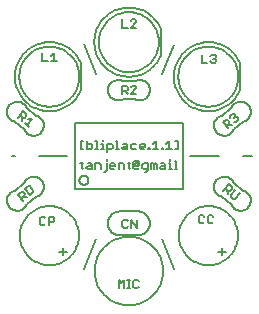
<source format=gto>
G75*
G70*
%OFA0B0*%
%FSLAX24Y24*%
%IPPOS*%
%LPD*%
%AMOC8*
5,1,8,0,0,1.08239X$1,22.5*
%
%ADD10C,0.0050*%
%ADD11C,0.0060*%
%ADD12C,0.0080*%
D10*
X004923Y010202D02*
X004923Y010472D01*
X005013Y010382D01*
X005103Y010472D01*
X005103Y010202D01*
X005217Y010202D02*
X005307Y010202D01*
X005262Y010202D02*
X005262Y010472D01*
X005217Y010472D02*
X005307Y010472D01*
X005414Y010427D02*
X005414Y010247D01*
X005459Y010202D01*
X005549Y010202D01*
X005594Y010247D01*
X005594Y010427D02*
X005549Y010472D01*
X005459Y010472D01*
X005414Y010427D01*
X005563Y011957D02*
X004963Y011957D01*
X005094Y012212D02*
X005049Y012257D01*
X005049Y012437D01*
X005094Y012482D01*
X005184Y012482D01*
X005229Y012437D01*
X005344Y012482D02*
X005344Y012212D01*
X005229Y012257D02*
X005184Y012212D01*
X005094Y012212D01*
X004563Y012357D02*
X004565Y012396D01*
X004571Y012435D01*
X004580Y012473D01*
X004593Y012510D01*
X004610Y012546D01*
X004630Y012579D01*
X004654Y012611D01*
X004680Y012640D01*
X004709Y012666D01*
X004741Y012690D01*
X004774Y012710D01*
X004810Y012727D01*
X004847Y012740D01*
X004885Y012749D01*
X004924Y012755D01*
X004963Y012757D01*
X005563Y012757D01*
X005524Y012482D02*
X005524Y012212D01*
X005344Y012482D01*
X005563Y012757D02*
X005602Y012755D01*
X005641Y012749D01*
X005679Y012740D01*
X005716Y012727D01*
X005752Y012710D01*
X005785Y012690D01*
X005817Y012666D01*
X005846Y012640D01*
X005872Y012611D01*
X005896Y012579D01*
X005916Y012546D01*
X005933Y012510D01*
X005946Y012473D01*
X005955Y012435D01*
X005961Y012396D01*
X005963Y012357D01*
X005961Y012318D01*
X005955Y012279D01*
X005946Y012241D01*
X005933Y012204D01*
X005916Y012168D01*
X005896Y012135D01*
X005872Y012103D01*
X005846Y012074D01*
X005817Y012048D01*
X005785Y012024D01*
X005752Y012004D01*
X005716Y011987D01*
X005679Y011974D01*
X005641Y011965D01*
X005602Y011959D01*
X005563Y011957D01*
X004963Y011957D02*
X004924Y011959D01*
X004885Y011965D01*
X004847Y011974D01*
X004810Y011987D01*
X004774Y012004D01*
X004741Y012024D01*
X004709Y012048D01*
X004680Y012074D01*
X004654Y012103D01*
X004630Y012135D01*
X004610Y012168D01*
X004593Y012204D01*
X004580Y012241D01*
X004571Y012279D01*
X004565Y012318D01*
X004563Y012357D01*
X003613Y013797D02*
X003615Y013821D01*
X003621Y013845D01*
X003630Y013867D01*
X003643Y013887D01*
X003659Y013905D01*
X003678Y013920D01*
X003699Y013933D01*
X003721Y013941D01*
X003745Y013946D01*
X003769Y013947D01*
X003793Y013944D01*
X003816Y013937D01*
X003838Y013927D01*
X003858Y013913D01*
X003875Y013896D01*
X003890Y013877D01*
X003901Y013856D01*
X003909Y013833D01*
X003913Y013809D01*
X003913Y013785D01*
X003909Y013761D01*
X003901Y013738D01*
X003890Y013717D01*
X003875Y013698D01*
X003858Y013681D01*
X003838Y013667D01*
X003816Y013657D01*
X003793Y013650D01*
X003769Y013647D01*
X003745Y013648D01*
X003721Y013653D01*
X003699Y013661D01*
X003678Y013674D01*
X003659Y013689D01*
X003643Y013707D01*
X003630Y013727D01*
X003621Y013749D01*
X003615Y013773D01*
X003613Y013797D01*
X003463Y013497D02*
X003463Y015697D01*
X007063Y015697D01*
X007063Y013497D01*
X003463Y013497D01*
X003739Y014172D02*
X003693Y014217D01*
X003693Y014397D01*
X003648Y014352D02*
X003739Y014352D01*
X003890Y014352D02*
X003980Y014352D01*
X004025Y014307D01*
X004025Y014172D01*
X003890Y014172D01*
X003845Y014217D01*
X003890Y014262D01*
X004025Y014262D01*
X004140Y014352D02*
X004275Y014352D01*
X004320Y014307D01*
X004320Y014172D01*
X004434Y014082D02*
X004479Y014082D01*
X004524Y014127D01*
X004524Y014352D01*
X004524Y014442D02*
X004524Y014487D01*
X004676Y014352D02*
X004631Y014307D01*
X004631Y014217D01*
X004676Y014172D01*
X004766Y014172D01*
X004811Y014262D02*
X004631Y014262D01*
X004676Y014352D02*
X004766Y014352D01*
X004811Y014307D01*
X004811Y014262D01*
X004925Y014352D02*
X005060Y014352D01*
X005105Y014307D01*
X005105Y014172D01*
X005265Y014217D02*
X005265Y014397D01*
X005220Y014352D02*
X005310Y014352D01*
X005416Y014397D02*
X005416Y014217D01*
X005461Y014172D01*
X005551Y014172D01*
X005596Y014217D01*
X005551Y014262D02*
X005551Y014352D01*
X005461Y014352D01*
X005461Y014262D01*
X005551Y014262D01*
X005596Y014307D01*
X005596Y014397D01*
X005551Y014442D01*
X005461Y014442D01*
X005416Y014397D01*
X005265Y014217D02*
X005310Y014172D01*
X005373Y014822D02*
X005328Y014867D01*
X005328Y014957D01*
X005373Y015002D01*
X005508Y015002D01*
X005623Y014957D02*
X005623Y014867D01*
X005668Y014822D01*
X005758Y014822D01*
X005803Y014912D02*
X005623Y014912D01*
X005623Y014957D02*
X005668Y015002D01*
X005758Y015002D01*
X005803Y014957D01*
X005803Y014912D01*
X005917Y014867D02*
X005962Y014867D01*
X005962Y014822D01*
X005917Y014822D01*
X005917Y014867D01*
X006065Y014822D02*
X006245Y014822D01*
X006155Y014822D02*
X006155Y015092D01*
X006065Y015002D01*
X006359Y014867D02*
X006404Y014867D01*
X006404Y014822D01*
X006359Y014822D01*
X006359Y014867D01*
X006507Y014822D02*
X006687Y014822D01*
X006597Y014822D02*
X006597Y015092D01*
X006507Y015002D01*
X006801Y015092D02*
X006891Y015092D01*
X006891Y014822D01*
X006801Y014822D01*
X006640Y014487D02*
X006640Y014442D01*
X006640Y014352D02*
X006640Y014172D01*
X006595Y014172D02*
X006685Y014172D01*
X006791Y014172D02*
X006881Y014172D01*
X006836Y014172D02*
X006836Y014442D01*
X006791Y014442D01*
X006640Y014352D02*
X006595Y014352D01*
X006480Y014307D02*
X006480Y014172D01*
X006345Y014172D01*
X006300Y014217D01*
X006345Y014262D01*
X006480Y014262D01*
X006480Y014307D02*
X006435Y014352D01*
X006345Y014352D01*
X006186Y014307D02*
X006186Y014172D01*
X006096Y014172D02*
X006096Y014307D01*
X006141Y014352D01*
X006186Y014307D01*
X006096Y014307D02*
X006051Y014352D01*
X006006Y014352D01*
X006006Y014172D01*
X005891Y014172D02*
X005756Y014172D01*
X005711Y014217D01*
X005711Y014307D01*
X005756Y014352D01*
X005891Y014352D01*
X005891Y014127D01*
X005846Y014082D01*
X005801Y014082D01*
X005508Y014822D02*
X005373Y014822D01*
X005214Y014822D02*
X005078Y014822D01*
X005033Y014867D01*
X005078Y014912D01*
X005214Y014912D01*
X005214Y014957D02*
X005214Y014822D01*
X005214Y014957D02*
X005169Y015002D01*
X005078Y015002D01*
X004882Y015092D02*
X004882Y014822D01*
X004837Y014822D02*
X004927Y014822D01*
X004882Y015092D02*
X004837Y015092D01*
X004722Y014957D02*
X004722Y014867D01*
X004677Y014822D01*
X004542Y014822D01*
X004542Y014732D02*
X004542Y015002D01*
X004677Y015002D01*
X004722Y014957D01*
X004436Y014822D02*
X004346Y014822D01*
X004391Y014822D02*
X004391Y015002D01*
X004346Y015002D01*
X004391Y015092D02*
X004391Y015137D01*
X004195Y015092D02*
X004195Y014822D01*
X004150Y014822D02*
X004240Y014822D01*
X004195Y015092D02*
X004150Y015092D01*
X004035Y014957D02*
X004035Y014867D01*
X003990Y014822D01*
X003855Y014822D01*
X003855Y015092D01*
X003855Y015002D02*
X003990Y015002D01*
X004035Y014957D01*
X003749Y015092D02*
X003658Y015092D01*
X003658Y014822D01*
X003749Y014822D01*
X004140Y014352D02*
X004140Y014172D01*
X004925Y014172D02*
X004925Y014352D01*
X005063Y016497D02*
X005463Y016497D01*
X005513Y016672D02*
X005333Y016672D01*
X005513Y016852D01*
X005513Y016897D01*
X005468Y016942D01*
X005378Y016942D01*
X005333Y016897D01*
X005219Y016897D02*
X005219Y016807D01*
X005174Y016762D01*
X005038Y016762D01*
X005038Y016672D02*
X005038Y016942D01*
X005174Y016942D01*
X005219Y016897D01*
X005129Y016762D02*
X005219Y016672D01*
X005063Y017097D02*
X005031Y017112D01*
X004998Y017123D01*
X004964Y017131D01*
X004929Y017136D01*
X004894Y017137D01*
X004860Y017134D01*
X004825Y017128D01*
X004791Y017118D01*
X004759Y017105D01*
X004728Y017089D01*
X004699Y017069D01*
X004672Y017047D01*
X004648Y017022D01*
X004626Y016994D01*
X004607Y016965D01*
X004591Y016933D01*
X004579Y016900D01*
X004570Y016867D01*
X004565Y016832D01*
X004563Y016797D01*
X004565Y016762D01*
X004570Y016727D01*
X004579Y016694D01*
X004591Y016661D01*
X004607Y016629D01*
X004626Y016600D01*
X004648Y016572D01*
X004672Y016547D01*
X004699Y016525D01*
X004728Y016505D01*
X004759Y016489D01*
X004791Y016476D01*
X004825Y016466D01*
X004860Y016460D01*
X004894Y016457D01*
X004929Y016458D01*
X004964Y016463D01*
X004998Y016471D01*
X005031Y016482D01*
X005063Y016497D01*
X005063Y017097D02*
X005463Y017097D01*
X005495Y017112D01*
X005528Y017123D01*
X005562Y017131D01*
X005597Y017136D01*
X005632Y017137D01*
X005666Y017134D01*
X005701Y017128D01*
X005735Y017118D01*
X005767Y017105D01*
X005798Y017089D01*
X005827Y017069D01*
X005854Y017047D01*
X005878Y017022D01*
X005900Y016994D01*
X005919Y016965D01*
X005935Y016933D01*
X005947Y016900D01*
X005956Y016867D01*
X005961Y016832D01*
X005963Y016797D01*
X005961Y016762D01*
X005956Y016727D01*
X005947Y016694D01*
X005935Y016661D01*
X005919Y016629D01*
X005900Y016600D01*
X005878Y016572D01*
X005854Y016547D01*
X005827Y016525D01*
X005798Y016505D01*
X005767Y016489D01*
X005735Y016476D01*
X005701Y016466D01*
X005666Y016460D01*
X005632Y016457D01*
X005597Y016458D01*
X005562Y016463D01*
X005528Y016471D01*
X005495Y016482D01*
X005463Y016497D01*
X006323Y017947D02*
X006323Y018847D01*
X005513Y018882D02*
X005333Y018882D01*
X005513Y019062D01*
X005513Y019107D01*
X005468Y019152D01*
X005378Y019152D01*
X005333Y019107D01*
X005219Y018882D02*
X005038Y018882D01*
X005038Y019152D01*
X004263Y018397D02*
X004265Y018460D01*
X004271Y018522D01*
X004281Y018584D01*
X004294Y018646D01*
X004312Y018706D01*
X004333Y018765D01*
X004358Y018823D01*
X004387Y018879D01*
X004419Y018933D01*
X004454Y018985D01*
X004492Y019034D01*
X004534Y019082D01*
X004578Y019126D01*
X004626Y019168D01*
X004675Y019206D01*
X004727Y019241D01*
X004781Y019273D01*
X004837Y019302D01*
X004895Y019327D01*
X004954Y019348D01*
X005014Y019366D01*
X005076Y019379D01*
X005138Y019389D01*
X005200Y019395D01*
X005263Y019397D01*
X005326Y019395D01*
X005388Y019389D01*
X005450Y019379D01*
X005512Y019366D01*
X005572Y019348D01*
X005631Y019327D01*
X005689Y019302D01*
X005745Y019273D01*
X005799Y019241D01*
X005851Y019206D01*
X005900Y019168D01*
X005948Y019126D01*
X005992Y019082D01*
X006034Y019034D01*
X006072Y018985D01*
X006107Y018933D01*
X006139Y018879D01*
X006168Y018823D01*
X006193Y018765D01*
X006214Y018706D01*
X006232Y018646D01*
X006245Y018584D01*
X006255Y018522D01*
X006261Y018460D01*
X006263Y018397D01*
X006261Y018334D01*
X006255Y018272D01*
X006245Y018210D01*
X006232Y018148D01*
X006214Y018088D01*
X006193Y018029D01*
X006168Y017971D01*
X006139Y017915D01*
X006107Y017861D01*
X006072Y017809D01*
X006034Y017760D01*
X005992Y017712D01*
X005948Y017668D01*
X005900Y017626D01*
X005851Y017588D01*
X005799Y017553D01*
X005745Y017521D01*
X005689Y017492D01*
X005631Y017467D01*
X005572Y017446D01*
X005512Y017428D01*
X005450Y017415D01*
X005388Y017405D01*
X005326Y017399D01*
X005263Y017397D01*
X005200Y017399D01*
X005138Y017405D01*
X005076Y017415D01*
X005014Y017428D01*
X004954Y017446D01*
X004895Y017467D01*
X004837Y017492D01*
X004781Y017521D01*
X004727Y017553D01*
X004675Y017588D01*
X004626Y017626D01*
X004578Y017668D01*
X004534Y017712D01*
X004492Y017760D01*
X004454Y017809D01*
X004419Y017861D01*
X004387Y017915D01*
X004358Y017971D01*
X004333Y018029D01*
X004312Y018088D01*
X004294Y018148D01*
X004281Y018210D01*
X004271Y018272D01*
X004265Y018334D01*
X004263Y018397D01*
X003673Y017697D02*
X003673Y016797D01*
X002853Y017752D02*
X002673Y017752D01*
X002763Y017752D02*
X002763Y018022D01*
X002673Y017932D01*
X002559Y017752D02*
X002378Y017752D01*
X002378Y018022D01*
X001613Y017247D02*
X001615Y017310D01*
X001621Y017372D01*
X001631Y017434D01*
X001644Y017496D01*
X001662Y017556D01*
X001683Y017615D01*
X001708Y017673D01*
X001737Y017729D01*
X001769Y017783D01*
X001804Y017835D01*
X001842Y017884D01*
X001884Y017932D01*
X001928Y017976D01*
X001976Y018018D01*
X002025Y018056D01*
X002077Y018091D01*
X002131Y018123D01*
X002187Y018152D01*
X002245Y018177D01*
X002304Y018198D01*
X002364Y018216D01*
X002426Y018229D01*
X002488Y018239D01*
X002550Y018245D01*
X002613Y018247D01*
X002676Y018245D01*
X002738Y018239D01*
X002800Y018229D01*
X002862Y018216D01*
X002922Y018198D01*
X002981Y018177D01*
X003039Y018152D01*
X003095Y018123D01*
X003149Y018091D01*
X003201Y018056D01*
X003250Y018018D01*
X003298Y017976D01*
X003342Y017932D01*
X003384Y017884D01*
X003422Y017835D01*
X003457Y017783D01*
X003489Y017729D01*
X003518Y017673D01*
X003543Y017615D01*
X003564Y017556D01*
X003582Y017496D01*
X003595Y017434D01*
X003605Y017372D01*
X003611Y017310D01*
X003613Y017247D01*
X003611Y017184D01*
X003605Y017122D01*
X003595Y017060D01*
X003582Y016998D01*
X003564Y016938D01*
X003543Y016879D01*
X003518Y016821D01*
X003489Y016765D01*
X003457Y016711D01*
X003422Y016659D01*
X003384Y016610D01*
X003342Y016562D01*
X003298Y016518D01*
X003250Y016476D01*
X003201Y016438D01*
X003149Y016403D01*
X003095Y016371D01*
X003039Y016342D01*
X002981Y016317D01*
X002922Y016296D01*
X002862Y016278D01*
X002800Y016265D01*
X002738Y016255D01*
X002676Y016249D01*
X002613Y016247D01*
X002550Y016249D01*
X002488Y016255D01*
X002426Y016265D01*
X002364Y016278D01*
X002304Y016296D01*
X002245Y016317D01*
X002187Y016342D01*
X002131Y016371D01*
X002077Y016403D01*
X002025Y016438D01*
X001976Y016476D01*
X001928Y016518D01*
X001884Y016562D01*
X001842Y016610D01*
X001804Y016659D01*
X001769Y016711D01*
X001737Y016765D01*
X001708Y016821D01*
X001683Y016879D01*
X001662Y016938D01*
X001644Y016998D01*
X001631Y017060D01*
X001621Y017122D01*
X001615Y017184D01*
X001613Y017247D01*
X001853Y016205D02*
X002159Y015948D01*
X002034Y015845D02*
X001860Y015638D01*
X001792Y015696D02*
X001929Y015580D01*
X002159Y015948D02*
X002193Y015939D01*
X002226Y015926D01*
X002257Y015911D01*
X002287Y015892D01*
X002314Y015870D01*
X002339Y015845D01*
X002361Y015818D01*
X002381Y015789D01*
X002397Y015758D01*
X002410Y015726D01*
X002420Y015692D01*
X002426Y015658D01*
X002429Y015623D01*
X002428Y015588D01*
X002423Y015553D01*
X002415Y015519D01*
X002404Y015486D01*
X002389Y015454D01*
X002371Y015424D01*
X002349Y015396D01*
X002326Y015371D01*
X002299Y015348D01*
X002271Y015328D01*
X002240Y015310D01*
X002208Y015296D01*
X002175Y015286D01*
X002140Y015279D01*
X002105Y015275D01*
X002070Y015276D01*
X002036Y015279D01*
X002001Y015286D01*
X001968Y015297D01*
X001936Y015311D01*
X001906Y015329D01*
X001877Y015349D01*
X001851Y015372D01*
X001827Y015398D01*
X001806Y015426D01*
X001788Y015456D01*
X001774Y015488D01*
X001467Y015746D01*
X001566Y015885D02*
X001739Y016092D01*
X001843Y016005D01*
X001849Y015942D01*
X001791Y015873D01*
X001727Y015867D01*
X001624Y015954D01*
X001693Y015896D02*
X001704Y015769D01*
X001907Y015833D02*
X002034Y015845D01*
X001853Y016205D02*
X001839Y016237D01*
X001821Y016267D01*
X001800Y016295D01*
X001776Y016321D01*
X001750Y016344D01*
X001721Y016364D01*
X001691Y016382D01*
X001659Y016396D01*
X001626Y016407D01*
X001591Y016414D01*
X001557Y016417D01*
X001522Y016418D01*
X001487Y016414D01*
X001452Y016407D01*
X001419Y016397D01*
X001387Y016383D01*
X001356Y016365D01*
X001328Y016345D01*
X001301Y016322D01*
X001278Y016297D01*
X001256Y016269D01*
X001238Y016239D01*
X001223Y016207D01*
X001212Y016174D01*
X001204Y016140D01*
X001199Y016105D01*
X001198Y016070D01*
X001201Y016035D01*
X001207Y016001D01*
X001217Y015967D01*
X001230Y015935D01*
X001246Y015904D01*
X001266Y015875D01*
X001288Y015848D01*
X001313Y015823D01*
X001340Y015801D01*
X001370Y015782D01*
X001401Y015767D01*
X001434Y015754D01*
X001468Y015745D01*
X001774Y013705D02*
X001467Y013448D01*
X001559Y013317D02*
X001663Y013403D01*
X001726Y013398D01*
X001784Y013329D01*
X001779Y013265D01*
X001675Y013179D01*
X001744Y013236D02*
X001871Y013225D01*
X001959Y013299D02*
X001785Y013506D01*
X001888Y013593D01*
X001952Y013587D01*
X002068Y013449D01*
X002062Y013386D01*
X001959Y013299D01*
X002159Y013246D02*
X001853Y012988D01*
X001733Y013110D02*
X001559Y013317D01*
X001468Y013448D02*
X001434Y013439D01*
X001401Y013426D01*
X001370Y013411D01*
X001340Y013392D01*
X001313Y013370D01*
X001288Y013345D01*
X001266Y013318D01*
X001246Y013289D01*
X001230Y013258D01*
X001217Y013226D01*
X001207Y013192D01*
X001201Y013158D01*
X001198Y013123D01*
X001199Y013088D01*
X001204Y013053D01*
X001212Y013019D01*
X001223Y012986D01*
X001238Y012954D01*
X001256Y012924D01*
X001278Y012896D01*
X001301Y012871D01*
X001328Y012848D01*
X001356Y012828D01*
X001387Y012810D01*
X001419Y012796D01*
X001452Y012786D01*
X001487Y012779D01*
X001522Y012775D01*
X001557Y012776D01*
X001591Y012779D01*
X001626Y012786D01*
X001659Y012797D01*
X001691Y012811D01*
X001721Y012829D01*
X001750Y012849D01*
X001776Y012872D01*
X001800Y012898D01*
X001821Y012926D01*
X001839Y012956D01*
X001853Y012988D01*
X001774Y013705D02*
X001788Y013737D01*
X001806Y013767D01*
X001827Y013795D01*
X001851Y013821D01*
X001877Y013844D01*
X001906Y013864D01*
X001936Y013882D01*
X001968Y013896D01*
X002001Y013907D01*
X002036Y013914D01*
X002070Y013917D01*
X002105Y013918D01*
X002140Y013914D01*
X002175Y013907D01*
X002208Y013897D01*
X002240Y013883D01*
X002271Y013865D01*
X002299Y013845D01*
X002326Y013822D01*
X002349Y013797D01*
X002371Y013769D01*
X002389Y013739D01*
X002404Y013707D01*
X002415Y013674D01*
X002423Y013640D01*
X002428Y013605D01*
X002429Y013570D01*
X002426Y013535D01*
X002420Y013501D01*
X002410Y013467D01*
X002397Y013435D01*
X002381Y013404D01*
X002361Y013375D01*
X002339Y013348D01*
X002314Y013323D01*
X002287Y013301D01*
X002257Y013282D01*
X002226Y013267D01*
X002193Y013254D01*
X002159Y013245D01*
X002344Y012572D02*
X002299Y012527D01*
X002299Y012347D01*
X002344Y012302D01*
X002434Y012302D01*
X002479Y012347D01*
X002594Y012392D02*
X002729Y012392D01*
X002774Y012437D01*
X002774Y012527D01*
X002729Y012572D01*
X002594Y012572D01*
X002594Y012302D01*
X002479Y012527D02*
X002434Y012572D01*
X002344Y012572D01*
X001463Y017247D02*
X001465Y017314D01*
X001471Y017381D01*
X001481Y017447D01*
X001494Y017513D01*
X001512Y017578D01*
X001533Y017641D01*
X001558Y017704D01*
X001586Y017765D01*
X001618Y017824D01*
X001653Y017881D01*
X001692Y017936D01*
X001733Y017988D01*
X001778Y018038D01*
X001826Y018085D01*
X001876Y018130D01*
X001928Y018172D01*
X001983Y018210D01*
X002041Y018245D01*
X002100Y018277D01*
X002161Y018305D01*
X002223Y018330D01*
X002287Y018350D01*
X002352Y018368D01*
X002417Y018381D01*
X002484Y018391D01*
X002551Y018396D01*
X002618Y018398D01*
X002685Y018396D01*
X002751Y018390D01*
X002818Y018380D01*
X002883Y018366D01*
X002948Y018348D01*
X003012Y018327D01*
X003074Y018302D01*
X003135Y018273D01*
X003194Y018241D01*
X003251Y018206D01*
X003305Y018167D01*
X003358Y018125D01*
X003408Y018081D01*
X003455Y018033D01*
X003499Y017983D01*
X003541Y017930D01*
X003579Y017875D01*
X003614Y017817D01*
X003645Y017758D01*
X003673Y017697D01*
X003673Y016797D02*
X003645Y016736D01*
X003614Y016677D01*
X003579Y016619D01*
X003541Y016564D01*
X003499Y016511D01*
X003455Y016461D01*
X003408Y016413D01*
X003358Y016369D01*
X003305Y016327D01*
X003251Y016288D01*
X003194Y016253D01*
X003135Y016221D01*
X003074Y016192D01*
X003012Y016167D01*
X002948Y016146D01*
X002883Y016128D01*
X002818Y016114D01*
X002751Y016104D01*
X002685Y016098D01*
X002618Y016096D01*
X002551Y016098D01*
X002484Y016103D01*
X002417Y016113D01*
X002352Y016126D01*
X002287Y016144D01*
X002223Y016164D01*
X002161Y016189D01*
X002100Y016217D01*
X002041Y016249D01*
X001983Y016284D01*
X001928Y016322D01*
X001876Y016364D01*
X001826Y016408D01*
X001778Y016456D01*
X001733Y016506D01*
X001692Y016558D01*
X001653Y016613D01*
X001618Y016670D01*
X001586Y016729D01*
X001558Y016790D01*
X001533Y016853D01*
X001512Y016916D01*
X001494Y016981D01*
X001481Y017047D01*
X001471Y017113D01*
X001465Y017180D01*
X001463Y017247D01*
X004113Y018397D02*
X004115Y018330D01*
X004121Y018263D01*
X004131Y018197D01*
X004144Y018131D01*
X004162Y018066D01*
X004183Y018003D01*
X004208Y017940D01*
X004236Y017879D01*
X004268Y017820D01*
X004303Y017763D01*
X004342Y017708D01*
X004383Y017656D01*
X004428Y017606D01*
X004476Y017558D01*
X004526Y017514D01*
X004578Y017472D01*
X004633Y017434D01*
X004691Y017399D01*
X004750Y017367D01*
X004811Y017339D01*
X004873Y017314D01*
X004937Y017294D01*
X005002Y017276D01*
X005067Y017263D01*
X005134Y017253D01*
X005201Y017248D01*
X005268Y017246D01*
X005335Y017248D01*
X005401Y017254D01*
X005468Y017264D01*
X005533Y017278D01*
X005598Y017296D01*
X005662Y017317D01*
X005724Y017342D01*
X005785Y017371D01*
X005844Y017403D01*
X005901Y017438D01*
X005955Y017477D01*
X006008Y017519D01*
X006058Y017563D01*
X006105Y017611D01*
X006149Y017661D01*
X006191Y017714D01*
X006229Y017769D01*
X006264Y017827D01*
X006295Y017886D01*
X006323Y017947D01*
X006323Y018847D02*
X006295Y018908D01*
X006264Y018967D01*
X006229Y019025D01*
X006191Y019080D01*
X006149Y019133D01*
X006105Y019183D01*
X006058Y019231D01*
X006008Y019275D01*
X005955Y019317D01*
X005901Y019356D01*
X005844Y019391D01*
X005785Y019423D01*
X005724Y019452D01*
X005662Y019477D01*
X005598Y019498D01*
X005533Y019516D01*
X005468Y019530D01*
X005401Y019540D01*
X005335Y019546D01*
X005268Y019548D01*
X005201Y019546D01*
X005134Y019541D01*
X005067Y019531D01*
X005002Y019518D01*
X004937Y019500D01*
X004873Y019480D01*
X004811Y019455D01*
X004750Y019427D01*
X004691Y019395D01*
X004633Y019360D01*
X004578Y019322D01*
X004526Y019280D01*
X004476Y019235D01*
X004428Y019188D01*
X004383Y019138D01*
X004342Y019086D01*
X004303Y019031D01*
X004268Y018974D01*
X004236Y018915D01*
X004208Y018854D01*
X004183Y018791D01*
X004162Y018728D01*
X004144Y018663D01*
X004131Y018597D01*
X004121Y018531D01*
X004115Y018464D01*
X004113Y018397D01*
X007644Y012622D02*
X007599Y012577D01*
X007599Y012397D01*
X007644Y012352D01*
X007734Y012352D01*
X007779Y012397D01*
X007894Y012397D02*
X007894Y012577D01*
X007939Y012622D01*
X008029Y012622D01*
X008074Y012577D01*
X008074Y012397D02*
X008029Y012352D01*
X007939Y012352D01*
X007894Y012397D01*
X007779Y012577D02*
X007734Y012622D01*
X007644Y012622D01*
X008367Y013246D02*
X008674Y012988D01*
X008746Y013174D02*
X008677Y013232D01*
X008672Y013295D01*
X008817Y013468D01*
X008700Y013507D02*
X008642Y013438D01*
X008579Y013432D01*
X008475Y013519D01*
X008368Y013245D02*
X008334Y013254D01*
X008301Y013267D01*
X008270Y013282D01*
X008240Y013301D01*
X008213Y013323D01*
X008188Y013348D01*
X008166Y013375D01*
X008146Y013404D01*
X008130Y013435D01*
X008117Y013467D01*
X008107Y013501D01*
X008101Y013535D01*
X008098Y013570D01*
X008099Y013605D01*
X008104Y013640D01*
X008112Y013674D01*
X008123Y013707D01*
X008138Y013739D01*
X008156Y013769D01*
X008178Y013797D01*
X008417Y013450D02*
X008591Y013657D01*
X008694Y013570D01*
X008700Y013507D01*
X008544Y013461D02*
X008555Y013335D01*
X008753Y013705D02*
X008739Y013737D01*
X008721Y013767D01*
X008700Y013795D01*
X008676Y013821D01*
X008650Y013844D01*
X008621Y013864D01*
X008591Y013882D01*
X008559Y013896D01*
X008526Y013907D01*
X008491Y013914D01*
X008457Y013917D01*
X008422Y013918D01*
X008387Y013914D01*
X008352Y013907D01*
X008319Y013897D01*
X008287Y013883D01*
X008256Y013865D01*
X008228Y013845D01*
X008201Y013822D01*
X008178Y013797D01*
X008753Y013705D02*
X009059Y013448D01*
X008955Y013352D02*
X008810Y013180D01*
X008746Y013174D01*
X008674Y012988D02*
X008688Y012956D01*
X008706Y012926D01*
X008727Y012898D01*
X008751Y012872D01*
X008777Y012849D01*
X008806Y012829D01*
X008836Y012811D01*
X008868Y012797D01*
X008901Y012786D01*
X008936Y012779D01*
X008970Y012776D01*
X009005Y012775D01*
X009040Y012779D01*
X009075Y012786D01*
X009108Y012796D01*
X009140Y012810D01*
X009171Y012828D01*
X009199Y012848D01*
X009226Y012871D01*
X009249Y012896D01*
X009271Y012924D01*
X009289Y012954D01*
X009304Y012986D01*
X009315Y013019D01*
X009323Y013053D01*
X009328Y013088D01*
X009329Y013123D01*
X009326Y013158D01*
X009320Y013192D01*
X009310Y013226D01*
X009297Y013258D01*
X009281Y013289D01*
X009261Y013318D01*
X009239Y013345D01*
X009214Y013370D01*
X009187Y013392D01*
X009157Y013411D01*
X009126Y013426D01*
X009093Y013439D01*
X009059Y013448D01*
X008753Y015488D02*
X009059Y015746D01*
X009059Y015745D02*
X009093Y015754D01*
X009126Y015767D01*
X009157Y015782D01*
X009187Y015801D01*
X009214Y015823D01*
X009239Y015848D01*
X009261Y015875D01*
X009281Y015904D01*
X009297Y015935D01*
X009310Y015967D01*
X009320Y016001D01*
X009326Y016035D01*
X009329Y016070D01*
X009328Y016105D01*
X009323Y016140D01*
X009315Y016174D01*
X009304Y016207D01*
X009289Y016239D01*
X009271Y016269D01*
X009249Y016297D01*
X009226Y016322D01*
X009199Y016345D01*
X009171Y016365D01*
X009140Y016383D01*
X009108Y016397D01*
X009075Y016407D01*
X009040Y016414D01*
X009005Y016418D01*
X008970Y016417D01*
X008936Y016414D01*
X008901Y016407D01*
X008868Y016396D01*
X008836Y016382D01*
X008806Y016364D01*
X008777Y016344D01*
X008751Y016321D01*
X008727Y016295D01*
X008706Y016267D01*
X008688Y016237D01*
X008674Y016205D01*
X008367Y015948D01*
X008491Y015817D02*
X008387Y015730D01*
X008561Y015523D01*
X008503Y015592D02*
X008606Y015679D01*
X008612Y015743D01*
X008554Y015812D01*
X008491Y015817D01*
X008572Y015650D02*
X008699Y015639D01*
X008758Y015747D02*
X008821Y015742D01*
X008890Y015800D01*
X008895Y015863D01*
X008867Y015897D01*
X008803Y015903D01*
X008769Y015874D01*
X008803Y015903D02*
X008809Y015966D01*
X008780Y016001D01*
X008716Y016006D01*
X008647Y015949D01*
X008642Y015885D01*
X008753Y015488D02*
X008739Y015456D01*
X008721Y015426D01*
X008700Y015398D01*
X008676Y015372D01*
X008650Y015349D01*
X008621Y015329D01*
X008591Y015311D01*
X008559Y015297D01*
X008526Y015286D01*
X008491Y015279D01*
X008457Y015276D01*
X008422Y015275D01*
X008387Y015279D01*
X008352Y015286D01*
X008319Y015296D01*
X008287Y015310D01*
X008256Y015328D01*
X008228Y015348D01*
X008201Y015371D01*
X008178Y015396D01*
X008156Y015424D01*
X008138Y015454D01*
X008123Y015486D01*
X008112Y015519D01*
X008104Y015553D01*
X008099Y015588D01*
X008098Y015623D01*
X008101Y015658D01*
X008107Y015692D01*
X008117Y015726D01*
X008130Y015758D01*
X008146Y015789D01*
X008166Y015818D01*
X008188Y015845D01*
X008213Y015870D01*
X008240Y015892D01*
X008270Y015911D01*
X008301Y015926D01*
X008334Y015939D01*
X008368Y015948D01*
X008973Y016797D02*
X008973Y017697D01*
X008163Y017757D02*
X008118Y017712D01*
X008028Y017712D01*
X007983Y017757D01*
X007869Y017712D02*
X007688Y017712D01*
X007688Y017982D01*
X007983Y017937D02*
X008028Y017982D01*
X008118Y017982D01*
X008163Y017937D01*
X008163Y017892D01*
X008118Y017847D01*
X008163Y017802D01*
X008163Y017757D01*
X008118Y017847D02*
X008073Y017847D01*
X008973Y016797D02*
X008945Y016736D01*
X008914Y016677D01*
X008879Y016619D01*
X008841Y016564D01*
X008799Y016511D01*
X008755Y016461D01*
X008708Y016413D01*
X008658Y016369D01*
X008605Y016327D01*
X008551Y016288D01*
X008494Y016253D01*
X008435Y016221D01*
X008374Y016192D01*
X008312Y016167D01*
X008248Y016146D01*
X008183Y016128D01*
X008118Y016114D01*
X008051Y016104D01*
X007985Y016098D01*
X007918Y016096D01*
X007851Y016098D01*
X007784Y016103D01*
X007717Y016113D01*
X007652Y016126D01*
X007587Y016144D01*
X007523Y016164D01*
X007461Y016189D01*
X007400Y016217D01*
X007341Y016249D01*
X007283Y016284D01*
X007228Y016322D01*
X007176Y016364D01*
X007126Y016408D01*
X007078Y016456D01*
X007033Y016506D01*
X006992Y016558D01*
X006953Y016613D01*
X006918Y016670D01*
X006886Y016729D01*
X006858Y016790D01*
X006833Y016853D01*
X006812Y016916D01*
X006794Y016981D01*
X006781Y017047D01*
X006771Y017113D01*
X006765Y017180D01*
X006763Y017247D01*
X006913Y017247D02*
X006915Y017310D01*
X006921Y017372D01*
X006931Y017434D01*
X006944Y017496D01*
X006962Y017556D01*
X006983Y017615D01*
X007008Y017673D01*
X007037Y017729D01*
X007069Y017783D01*
X007104Y017835D01*
X007142Y017884D01*
X007184Y017932D01*
X007228Y017976D01*
X007276Y018018D01*
X007325Y018056D01*
X007377Y018091D01*
X007431Y018123D01*
X007487Y018152D01*
X007545Y018177D01*
X007604Y018198D01*
X007664Y018216D01*
X007726Y018229D01*
X007788Y018239D01*
X007850Y018245D01*
X007913Y018247D01*
X007976Y018245D01*
X008038Y018239D01*
X008100Y018229D01*
X008162Y018216D01*
X008222Y018198D01*
X008281Y018177D01*
X008339Y018152D01*
X008395Y018123D01*
X008449Y018091D01*
X008501Y018056D01*
X008550Y018018D01*
X008598Y017976D01*
X008642Y017932D01*
X008684Y017884D01*
X008722Y017835D01*
X008757Y017783D01*
X008789Y017729D01*
X008818Y017673D01*
X008843Y017615D01*
X008864Y017556D01*
X008882Y017496D01*
X008895Y017434D01*
X008905Y017372D01*
X008911Y017310D01*
X008913Y017247D01*
X008911Y017184D01*
X008905Y017122D01*
X008895Y017060D01*
X008882Y016998D01*
X008864Y016938D01*
X008843Y016879D01*
X008818Y016821D01*
X008789Y016765D01*
X008757Y016711D01*
X008722Y016659D01*
X008684Y016610D01*
X008642Y016562D01*
X008598Y016518D01*
X008550Y016476D01*
X008501Y016438D01*
X008449Y016403D01*
X008395Y016371D01*
X008339Y016342D01*
X008281Y016317D01*
X008222Y016296D01*
X008162Y016278D01*
X008100Y016265D01*
X008038Y016255D01*
X007976Y016249D01*
X007913Y016247D01*
X007850Y016249D01*
X007788Y016255D01*
X007726Y016265D01*
X007664Y016278D01*
X007604Y016296D01*
X007545Y016317D01*
X007487Y016342D01*
X007431Y016371D01*
X007377Y016403D01*
X007325Y016438D01*
X007276Y016476D01*
X007228Y016518D01*
X007184Y016562D01*
X007142Y016610D01*
X007104Y016659D01*
X007069Y016711D01*
X007037Y016765D01*
X007008Y016821D01*
X006983Y016879D01*
X006962Y016938D01*
X006944Y016998D01*
X006931Y017060D01*
X006921Y017122D01*
X006915Y017184D01*
X006913Y017247D01*
X006763Y017247D02*
X006765Y017314D01*
X006771Y017381D01*
X006781Y017447D01*
X006794Y017513D01*
X006812Y017578D01*
X006833Y017641D01*
X006858Y017704D01*
X006886Y017765D01*
X006918Y017824D01*
X006953Y017881D01*
X006992Y017936D01*
X007033Y017988D01*
X007078Y018038D01*
X007126Y018085D01*
X007176Y018130D01*
X007228Y018172D01*
X007283Y018210D01*
X007341Y018245D01*
X007400Y018277D01*
X007461Y018305D01*
X007523Y018330D01*
X007587Y018350D01*
X007652Y018368D01*
X007717Y018381D01*
X007784Y018391D01*
X007851Y018396D01*
X007918Y018398D01*
X007985Y018396D01*
X008051Y018390D01*
X008118Y018380D01*
X008183Y018366D01*
X008248Y018348D01*
X008312Y018327D01*
X008374Y018302D01*
X008435Y018273D01*
X008494Y018241D01*
X008551Y018206D01*
X008605Y018167D01*
X008658Y018125D01*
X008708Y018081D01*
X008755Y018033D01*
X008799Y017983D01*
X008841Y017930D01*
X008879Y017875D01*
X008914Y017817D01*
X008945Y017758D01*
X008973Y017697D01*
D11*
X009063Y014597D02*
X009363Y014597D01*
X008263Y014597D02*
X007313Y014597D01*
X006929Y011947D02*
X006931Y012009D01*
X006937Y012072D01*
X006947Y012133D01*
X006961Y012194D01*
X006978Y012254D01*
X006999Y012313D01*
X007025Y012370D01*
X007053Y012425D01*
X007085Y012479D01*
X007121Y012530D01*
X007159Y012580D01*
X007201Y012626D01*
X007245Y012670D01*
X007293Y012711D01*
X007342Y012749D01*
X007394Y012783D01*
X007448Y012814D01*
X007504Y012842D01*
X007562Y012866D01*
X007621Y012887D01*
X007681Y012903D01*
X007742Y012916D01*
X007804Y012925D01*
X007866Y012930D01*
X007929Y012931D01*
X007991Y012928D01*
X008053Y012921D01*
X008115Y012910D01*
X008175Y012895D01*
X008235Y012877D01*
X008293Y012855D01*
X008350Y012829D01*
X008405Y012799D01*
X008458Y012766D01*
X008509Y012730D01*
X008557Y012691D01*
X008603Y012648D01*
X008646Y012603D01*
X008686Y012555D01*
X008723Y012505D01*
X008757Y012452D01*
X008788Y012398D01*
X008814Y012342D01*
X008838Y012284D01*
X008857Y012224D01*
X008873Y012164D01*
X008885Y012102D01*
X008893Y012041D01*
X008897Y011978D01*
X008897Y011916D01*
X008893Y011853D01*
X008885Y011792D01*
X008873Y011730D01*
X008857Y011670D01*
X008838Y011610D01*
X008814Y011552D01*
X008788Y011496D01*
X008757Y011442D01*
X008723Y011389D01*
X008686Y011339D01*
X008646Y011291D01*
X008603Y011246D01*
X008557Y011203D01*
X008509Y011164D01*
X008458Y011128D01*
X008405Y011095D01*
X008350Y011065D01*
X008293Y011039D01*
X008235Y011017D01*
X008175Y010999D01*
X008115Y010984D01*
X008053Y010973D01*
X007991Y010966D01*
X007929Y010963D01*
X007866Y010964D01*
X007804Y010969D01*
X007742Y010978D01*
X007681Y010991D01*
X007621Y011007D01*
X007562Y011028D01*
X007504Y011052D01*
X007448Y011080D01*
X007394Y011111D01*
X007342Y011145D01*
X007293Y011183D01*
X007245Y011224D01*
X007201Y011268D01*
X007159Y011314D01*
X007121Y011364D01*
X007085Y011415D01*
X007053Y011469D01*
X007025Y011524D01*
X006999Y011581D01*
X006978Y011640D01*
X006961Y011700D01*
X006947Y011761D01*
X006937Y011822D01*
X006931Y011885D01*
X006929Y011947D01*
X006363Y011847D02*
X006763Y010847D01*
X008233Y011407D02*
X008493Y011407D01*
X008363Y011287D02*
X008363Y011537D01*
X006363Y017347D02*
X006763Y018297D01*
X004163Y017347D02*
X003763Y018347D01*
X003213Y014597D02*
X002463Y014597D01*
X002413Y014597D01*
X002263Y014597D01*
X001463Y014597D02*
X001363Y014597D01*
X001629Y011947D02*
X001631Y012009D01*
X001637Y012072D01*
X001647Y012133D01*
X001661Y012194D01*
X001678Y012254D01*
X001699Y012313D01*
X001725Y012370D01*
X001753Y012425D01*
X001785Y012479D01*
X001821Y012530D01*
X001859Y012580D01*
X001901Y012626D01*
X001945Y012670D01*
X001993Y012711D01*
X002042Y012749D01*
X002094Y012783D01*
X002148Y012814D01*
X002204Y012842D01*
X002262Y012866D01*
X002321Y012887D01*
X002381Y012903D01*
X002442Y012916D01*
X002504Y012925D01*
X002566Y012930D01*
X002629Y012931D01*
X002691Y012928D01*
X002753Y012921D01*
X002815Y012910D01*
X002875Y012895D01*
X002935Y012877D01*
X002993Y012855D01*
X003050Y012829D01*
X003105Y012799D01*
X003158Y012766D01*
X003209Y012730D01*
X003257Y012691D01*
X003303Y012648D01*
X003346Y012603D01*
X003386Y012555D01*
X003423Y012505D01*
X003457Y012452D01*
X003488Y012398D01*
X003514Y012342D01*
X003538Y012284D01*
X003557Y012224D01*
X003573Y012164D01*
X003585Y012102D01*
X003593Y012041D01*
X003597Y011978D01*
X003597Y011916D01*
X003593Y011853D01*
X003585Y011792D01*
X003573Y011730D01*
X003557Y011670D01*
X003538Y011610D01*
X003514Y011552D01*
X003488Y011496D01*
X003457Y011442D01*
X003423Y011389D01*
X003386Y011339D01*
X003346Y011291D01*
X003303Y011246D01*
X003257Y011203D01*
X003209Y011164D01*
X003158Y011128D01*
X003105Y011095D01*
X003050Y011065D01*
X002993Y011039D01*
X002935Y011017D01*
X002875Y010999D01*
X002815Y010984D01*
X002753Y010973D01*
X002691Y010966D01*
X002629Y010963D01*
X002566Y010964D01*
X002504Y010969D01*
X002442Y010978D01*
X002381Y010991D01*
X002321Y011007D01*
X002262Y011028D01*
X002204Y011052D01*
X002148Y011080D01*
X002094Y011111D01*
X002042Y011145D01*
X001993Y011183D01*
X001945Y011224D01*
X001901Y011268D01*
X001859Y011314D01*
X001821Y011364D01*
X001785Y011415D01*
X001753Y011469D01*
X001725Y011524D01*
X001699Y011581D01*
X001678Y011640D01*
X001661Y011700D01*
X001647Y011761D01*
X001637Y011822D01*
X001631Y011885D01*
X001629Y011947D01*
X002933Y011407D02*
X003193Y011407D01*
X003063Y011287D02*
X003063Y011537D01*
X003763Y010847D02*
X004163Y011847D01*
D12*
X004121Y010767D02*
X004123Y010834D01*
X004129Y010901D01*
X004139Y010967D01*
X004152Y011033D01*
X004170Y011098D01*
X004191Y011161D01*
X004216Y011223D01*
X004245Y011284D01*
X004277Y011343D01*
X004312Y011400D01*
X004351Y011454D01*
X004393Y011507D01*
X004438Y011557D01*
X004486Y011604D01*
X004536Y011648D01*
X004589Y011689D01*
X004644Y011727D01*
X004702Y011762D01*
X004761Y011793D01*
X004822Y011820D01*
X004885Y011845D01*
X004949Y011865D01*
X005014Y011881D01*
X005079Y011894D01*
X005146Y011903D01*
X005213Y011908D01*
X005280Y011909D01*
X005347Y011906D01*
X005413Y011899D01*
X005480Y011888D01*
X005545Y011874D01*
X005610Y011855D01*
X005673Y011833D01*
X005735Y011807D01*
X005795Y011778D01*
X005853Y011745D01*
X005910Y011708D01*
X005964Y011669D01*
X006015Y011626D01*
X006065Y011580D01*
X006111Y011532D01*
X006154Y011481D01*
X006195Y011427D01*
X006232Y011372D01*
X006266Y011314D01*
X006296Y011254D01*
X006323Y011192D01*
X006346Y011129D01*
X006365Y011065D01*
X006381Y011000D01*
X006393Y010934D01*
X006401Y010867D01*
X006405Y010801D01*
X006405Y010733D01*
X006401Y010667D01*
X006393Y010600D01*
X006381Y010534D01*
X006365Y010469D01*
X006346Y010405D01*
X006323Y010342D01*
X006296Y010280D01*
X006266Y010220D01*
X006232Y010162D01*
X006195Y010107D01*
X006154Y010053D01*
X006111Y010002D01*
X006065Y009954D01*
X006015Y009908D01*
X005964Y009865D01*
X005910Y009826D01*
X005853Y009789D01*
X005795Y009756D01*
X005735Y009727D01*
X005673Y009701D01*
X005610Y009679D01*
X005545Y009660D01*
X005480Y009646D01*
X005413Y009635D01*
X005347Y009628D01*
X005280Y009625D01*
X005213Y009626D01*
X005146Y009631D01*
X005079Y009640D01*
X005014Y009653D01*
X004949Y009669D01*
X004885Y009689D01*
X004822Y009714D01*
X004761Y009741D01*
X004702Y009772D01*
X004644Y009807D01*
X004589Y009845D01*
X004536Y009886D01*
X004486Y009930D01*
X004438Y009977D01*
X004393Y010027D01*
X004351Y010080D01*
X004312Y010134D01*
X004277Y010191D01*
X004245Y010250D01*
X004216Y010311D01*
X004191Y010373D01*
X004170Y010436D01*
X004152Y010501D01*
X004139Y010567D01*
X004129Y010633D01*
X004123Y010700D01*
X004121Y010767D01*
M02*

</source>
